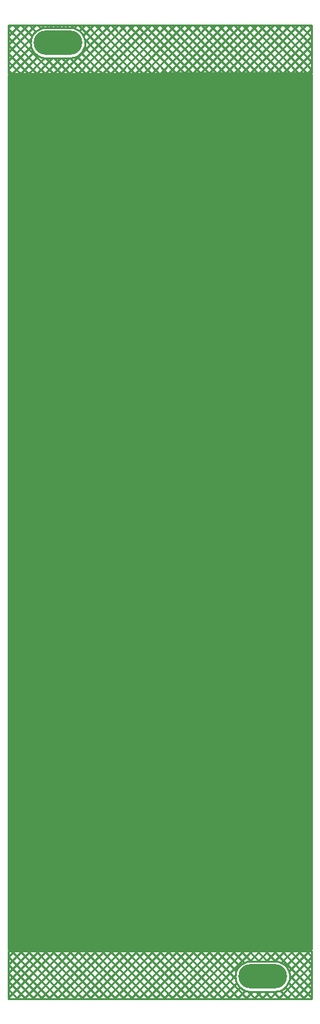
<source format=gbl>
G04 Layer: BottomLayer*
G04 EasyEDA v6.5.29, 2023-07-18 11:26:45*
G04 4862ed4757ed486f9a68419d8781b586,5a6b42c53f6a479593ecc07194224c93,10*
G04 Gerber Generator version 0.2*
G04 Scale: 100 percent, Rotated: No, Reflected: No *
G04 Dimensions in millimeters *
G04 leading zeros omitted , absolute positions ,4 integer and 5 decimal *
%FSLAX45Y45*%
%MOMM*%

%ADD10C,0.2540*%
%ADD11O,6.4000126X3.1999936*%

%LPD*%
G36*
X36068Y673100D02*
G01*
X32156Y673862D01*
X28905Y676097D01*
X26670Y679348D01*
X25908Y683260D01*
X25908Y12143841D01*
X26670Y12147753D01*
X28854Y12151004D01*
X32156Y12153239D01*
X36017Y12154001D01*
X4027881Y12166498D01*
X4031792Y12165736D01*
X4035094Y12163501D01*
X4037329Y12160199D01*
X4038092Y12156338D01*
X4038092Y683260D01*
X4037329Y679348D01*
X4035094Y676097D01*
X4031843Y673862D01*
X4027932Y673100D01*
G37*

%LPD*%
D10*
X3962400Y655393D02*
G01*
X3962400Y718893D01*
X4000500Y12128500D02*
G01*
X4000500Y12192000D01*
X4025138Y12179432D02*
G01*
X38862Y12166975D01*
X38862Y12166975D02*
G01*
X38862Y12800837D01*
X38862Y12800837D02*
G01*
X4025138Y12800837D01*
X4025138Y12800837D02*
G01*
X4025138Y12179432D01*
X372076Y12446843D02*
G01*
X385182Y12432383D01*
X385182Y12432383D02*
G01*
X399642Y12419277D01*
X399642Y12419277D02*
G01*
X415317Y12407652D01*
X415317Y12407652D02*
G01*
X432056Y12397619D01*
X432056Y12397619D02*
G01*
X449697Y12389275D01*
X449697Y12389275D02*
G01*
X468072Y12382701D01*
X468072Y12382701D02*
G01*
X487003Y12377959D01*
X487003Y12377959D02*
G01*
X506307Y12375095D01*
X506307Y12375095D02*
G01*
X525799Y12374138D01*
X525799Y12374138D02*
G01*
X845800Y12374138D01*
X845800Y12374138D02*
G01*
X865292Y12375095D01*
X865292Y12375095D02*
G01*
X884596Y12377959D01*
X884596Y12377959D02*
G01*
X903527Y12382701D01*
X903527Y12382701D02*
G01*
X921902Y12389275D01*
X921902Y12389275D02*
G01*
X939543Y12397619D01*
X939543Y12397619D02*
G01*
X956282Y12407652D01*
X956282Y12407652D02*
G01*
X971957Y12419277D01*
X971957Y12419277D02*
G01*
X986417Y12432383D01*
X986417Y12432383D02*
G01*
X999523Y12446843D01*
X999523Y12446843D02*
G01*
X1011148Y12462518D01*
X1011148Y12462518D02*
G01*
X1021181Y12479257D01*
X1021181Y12479257D02*
G01*
X1029525Y12496898D01*
X1029525Y12496898D02*
G01*
X1036099Y12515273D01*
X1036099Y12515273D02*
G01*
X1040841Y12534204D01*
X1040841Y12534204D02*
G01*
X1043705Y12553508D01*
X1043705Y12553508D02*
G01*
X1044662Y12573000D01*
X1044662Y12573000D02*
G01*
X1043705Y12592491D01*
X1043705Y12592491D02*
G01*
X1040841Y12611795D01*
X1040841Y12611795D02*
G01*
X1036099Y12630726D01*
X1036099Y12630726D02*
G01*
X1029525Y12649101D01*
X1029525Y12649101D02*
G01*
X1021181Y12666742D01*
X1021181Y12666742D02*
G01*
X1011148Y12683481D01*
X1011148Y12683481D02*
G01*
X999523Y12699156D01*
X999523Y12699156D02*
G01*
X986417Y12713616D01*
X986417Y12713616D02*
G01*
X971957Y12726722D01*
X971957Y12726722D02*
G01*
X956282Y12738347D01*
X956282Y12738347D02*
G01*
X939543Y12748380D01*
X939543Y12748380D02*
G01*
X921902Y12756724D01*
X921902Y12756724D02*
G01*
X903527Y12763298D01*
X903527Y12763298D02*
G01*
X884596Y12768040D01*
X884596Y12768040D02*
G01*
X865292Y12770904D01*
X865292Y12770904D02*
G01*
X845800Y12771861D01*
X845800Y12771861D02*
G01*
X525799Y12771861D01*
X525799Y12771861D02*
G01*
X506307Y12770904D01*
X506307Y12770904D02*
G01*
X487003Y12768040D01*
X487003Y12768040D02*
G01*
X468072Y12763298D01*
X468072Y12763298D02*
G01*
X449697Y12756724D01*
X449697Y12756724D02*
G01*
X432056Y12748380D01*
X432056Y12748380D02*
G01*
X415317Y12738347D01*
X415317Y12738347D02*
G01*
X399642Y12726722D01*
X399642Y12726722D02*
G01*
X385182Y12713616D01*
X385182Y12713616D02*
G01*
X372076Y12699156D01*
X372076Y12699156D02*
G01*
X360451Y12683481D01*
X360451Y12683481D02*
G01*
X350418Y12666742D01*
X350418Y12666742D02*
G01*
X342074Y12649101D01*
X342074Y12649101D02*
G01*
X335500Y12630726D01*
X335500Y12630726D02*
G01*
X330758Y12611795D01*
X330758Y12611795D02*
G01*
X327894Y12592491D01*
X327894Y12592491D02*
G01*
X326937Y12573000D01*
X326937Y12573000D02*
G01*
X327894Y12553508D01*
X327894Y12553508D02*
G01*
X330758Y12534204D01*
X330758Y12534204D02*
G01*
X335500Y12515273D01*
X335500Y12515273D02*
G01*
X342074Y12496898D01*
X342074Y12496898D02*
G01*
X350418Y12479257D01*
X350418Y12479257D02*
G01*
X360451Y12462518D01*
X360451Y12462518D02*
G01*
X372076Y12446843D01*
X38862Y12215467D02*
G01*
X87203Y12167126D01*
X38862Y12323230D02*
G01*
X194630Y12167462D01*
X38862Y12430993D02*
G01*
X302058Y12167798D01*
X38862Y12538756D02*
G01*
X409485Y12168133D01*
X38862Y12646520D02*
G01*
X516912Y12168469D01*
X38862Y12754283D02*
G01*
X624340Y12168805D01*
X100070Y12800837D02*
G01*
X326982Y12573925D01*
X526770Y12374138D02*
G01*
X731767Y12169140D01*
X207833Y12800837D02*
G01*
X347692Y12660978D01*
X634533Y12374138D02*
G01*
X839194Y12169476D01*
X315596Y12800837D02*
G01*
X394433Y12722000D01*
X742296Y12374138D02*
G01*
X946622Y12169812D01*
X423359Y12800837D02*
G01*
X462789Y12761408D01*
X849859Y12374337D02*
G01*
X1054049Y12170147D01*
X531122Y12800837D02*
G01*
X560098Y12771861D01*
X936011Y12395949D02*
G01*
X1161476Y12170483D01*
X638885Y12800837D02*
G01*
X667862Y12771861D01*
X996364Y12443358D02*
G01*
X1268904Y12170819D01*
X746648Y12800837D02*
G01*
X775625Y12771861D01*
X1035075Y12512411D02*
G01*
X1376331Y12171154D01*
X854411Y12800837D02*
G01*
X888082Y12767167D01*
X1039968Y12615281D02*
G01*
X1483759Y12171490D01*
X962174Y12800837D02*
G01*
X1591186Y12171826D01*
X1069937Y12800837D02*
G01*
X1698613Y12172162D01*
X1177700Y12800837D02*
G01*
X1806041Y12172497D01*
X1285464Y12800837D02*
G01*
X1913468Y12172833D01*
X1393227Y12800837D02*
G01*
X2020895Y12173169D01*
X1500990Y12800837D02*
G01*
X2128323Y12173504D01*
X1608753Y12800837D02*
G01*
X2235750Y12173840D01*
X1716516Y12800837D02*
G01*
X2343177Y12174176D01*
X1824279Y12800837D02*
G01*
X2450605Y12174512D01*
X1932042Y12800837D02*
G01*
X2558032Y12174847D01*
X2039805Y12800837D02*
G01*
X2665459Y12175183D01*
X2147568Y12800837D02*
G01*
X2772887Y12175519D01*
X2255331Y12800837D02*
G01*
X2880314Y12175854D01*
X2363094Y12800837D02*
G01*
X2987742Y12176190D01*
X2470857Y12800837D02*
G01*
X3095169Y12176526D01*
X2578620Y12800837D02*
G01*
X3202596Y12176862D01*
X2686384Y12800837D02*
G01*
X3310024Y12177197D01*
X2794147Y12800837D02*
G01*
X3417451Y12177533D01*
X2901910Y12800837D02*
G01*
X3524878Y12177869D01*
X3009673Y12800837D02*
G01*
X3632306Y12178205D01*
X3117436Y12800837D02*
G01*
X3739733Y12178540D01*
X3225199Y12800837D02*
G01*
X3847160Y12178876D01*
X3332962Y12800837D02*
G01*
X3954588Y12179212D01*
X3440725Y12800837D02*
G01*
X4025138Y12216425D01*
X3548488Y12800837D02*
G01*
X4025138Y12324188D01*
X3656251Y12800837D02*
G01*
X4025138Y12431951D01*
X3764014Y12800837D02*
G01*
X4025138Y12539714D01*
X3871777Y12800837D02*
G01*
X4025138Y12647477D01*
X3979540Y12800837D02*
G01*
X4025138Y12755240D01*
X3976249Y12179279D02*
G01*
X4025138Y12228167D01*
X3868148Y12178942D02*
G01*
X4025138Y12335930D01*
X3760048Y12178604D02*
G01*
X4025138Y12443693D01*
X3651947Y12178266D02*
G01*
X4025138Y12551456D01*
X3543846Y12177928D02*
G01*
X4025138Y12659220D01*
X3435745Y12177590D02*
G01*
X4025138Y12766983D01*
X3327644Y12177253D02*
G01*
X3951229Y12800837D01*
X3219543Y12176915D02*
G01*
X3843466Y12800837D01*
X3111442Y12176577D02*
G01*
X3735703Y12800837D01*
X3003341Y12176239D02*
G01*
X3627940Y12800837D01*
X2895241Y12175901D02*
G01*
X3520177Y12800837D01*
X2787140Y12175563D02*
G01*
X3412414Y12800837D01*
X2679039Y12175226D02*
G01*
X3304651Y12800837D01*
X2570938Y12174888D02*
G01*
X3196888Y12800837D01*
X2462837Y12174550D02*
G01*
X3089125Y12800837D01*
X2354736Y12174212D02*
G01*
X2981362Y12800837D01*
X2246635Y12173874D02*
G01*
X2873599Y12800837D01*
X2138534Y12173536D02*
G01*
X2765835Y12800837D01*
X2030434Y12173199D02*
G01*
X2658072Y12800837D01*
X1922333Y12172861D02*
G01*
X2550309Y12800837D01*
X1814232Y12172523D02*
G01*
X2442546Y12800837D01*
X1706131Y12172185D02*
G01*
X2334783Y12800837D01*
X1598030Y12171847D02*
G01*
X2227020Y12800837D01*
X1489929Y12171510D02*
G01*
X2119257Y12800837D01*
X1381828Y12171172D02*
G01*
X2011494Y12800837D01*
X1273727Y12170834D02*
G01*
X1903731Y12800837D01*
X1165626Y12170496D02*
G01*
X1795968Y12800837D01*
X1057525Y12170158D02*
G01*
X1688205Y12800837D01*
X949425Y12169820D02*
G01*
X1580442Y12800837D01*
X841324Y12169483D02*
G01*
X1472679Y12800837D01*
X733223Y12169145D02*
G01*
X1364915Y12800837D01*
X625122Y12168807D02*
G01*
X830453Y12374138D01*
X1043944Y12587629D02*
G01*
X1257152Y12800837D01*
X517021Y12168469D02*
G01*
X722690Y12374138D01*
X1018975Y12670423D02*
G01*
X1149389Y12800837D01*
X408920Y12168131D02*
G01*
X614927Y12374138D01*
X969404Y12728615D02*
G01*
X1041626Y12800837D01*
X300819Y12167794D02*
G01*
X508036Y12375010D01*
X897767Y12764741D02*
G01*
X933863Y12800837D01*
X192718Y12167456D02*
G01*
X426320Y12401057D01*
X797124Y12771861D02*
G01*
X826100Y12800837D01*
X84618Y12167118D02*
G01*
X368783Y12451283D01*
X689361Y12771861D02*
G01*
X718337Y12800837D01*
X38862Y12229125D02*
G01*
X333398Y12523662D01*
X581598Y12771861D02*
G01*
X610574Y12800837D01*
X38862Y12336888D02*
G01*
X337060Y12635087D01*
X463711Y12761738D02*
G01*
X502811Y12800837D01*
X38862Y12444651D02*
G01*
X395048Y12800837D01*
X38862Y12552414D02*
G01*
X287285Y12800837D01*
X38862Y12660177D02*
G01*
X179522Y12800837D01*
X38862Y12767940D02*
G01*
X71759Y12800837D01*
X38862Y38862D02*
G01*
X38862Y660145D01*
X38862Y660145D02*
G01*
X4025138Y660145D01*
X4025138Y660145D02*
G01*
X4025138Y38862D01*
X4025138Y38862D02*
G01*
X38862Y38862D01*
X3064476Y204043D02*
G01*
X3077582Y189583D01*
X3077582Y189583D02*
G01*
X3092042Y176477D01*
X3092042Y176477D02*
G01*
X3107717Y164852D01*
X3107717Y164852D02*
G01*
X3124456Y154819D01*
X3124456Y154819D02*
G01*
X3142097Y146475D01*
X3142097Y146475D02*
G01*
X3160472Y139901D01*
X3160472Y139901D02*
G01*
X3179403Y135159D01*
X3179403Y135159D02*
G01*
X3198707Y132295D01*
X3198707Y132295D02*
G01*
X3218199Y131338D01*
X3218199Y131338D02*
G01*
X3538200Y131338D01*
X3538200Y131338D02*
G01*
X3557692Y132295D01*
X3557692Y132295D02*
G01*
X3576996Y135159D01*
X3576996Y135159D02*
G01*
X3595927Y139901D01*
X3595927Y139901D02*
G01*
X3614302Y146475D01*
X3614302Y146475D02*
G01*
X3631943Y154819D01*
X3631943Y154819D02*
G01*
X3648682Y164852D01*
X3648682Y164852D02*
G01*
X3664357Y176477D01*
X3664357Y176477D02*
G01*
X3678817Y189583D01*
X3678817Y189583D02*
G01*
X3691923Y204043D01*
X3691923Y204043D02*
G01*
X3703548Y219718D01*
X3703548Y219718D02*
G01*
X3713581Y236457D01*
X3713581Y236457D02*
G01*
X3721925Y254098D01*
X3721925Y254098D02*
G01*
X3728499Y272473D01*
X3728499Y272473D02*
G01*
X3733241Y291404D01*
X3733241Y291404D02*
G01*
X3736105Y310708D01*
X3736105Y310708D02*
G01*
X3737062Y330200D01*
X3737062Y330200D02*
G01*
X3736105Y349691D01*
X3736105Y349691D02*
G01*
X3733241Y368995D01*
X3733241Y368995D02*
G01*
X3728499Y387926D01*
X3728499Y387926D02*
G01*
X3721925Y406301D01*
X3721925Y406301D02*
G01*
X3713581Y423942D01*
X3713581Y423942D02*
G01*
X3703548Y440681D01*
X3703548Y440681D02*
G01*
X3691923Y456356D01*
X3691923Y456356D02*
G01*
X3678817Y470816D01*
X3678817Y470816D02*
G01*
X3664357Y483922D01*
X3664357Y483922D02*
G01*
X3648682Y495547D01*
X3648682Y495547D02*
G01*
X3631943Y505580D01*
X3631943Y505580D02*
G01*
X3614302Y513924D01*
X3614302Y513924D02*
G01*
X3595927Y520498D01*
X3595927Y520498D02*
G01*
X3576996Y525240D01*
X3576996Y525240D02*
G01*
X3557692Y528104D01*
X3557692Y528104D02*
G01*
X3538200Y529061D01*
X3538200Y529061D02*
G01*
X3218199Y529061D01*
X3218199Y529061D02*
G01*
X3198707Y528104D01*
X3198707Y528104D02*
G01*
X3179403Y525240D01*
X3179403Y525240D02*
G01*
X3160472Y520498D01*
X3160472Y520498D02*
G01*
X3142097Y513924D01*
X3142097Y513924D02*
G01*
X3124456Y505580D01*
X3124456Y505580D02*
G01*
X3107717Y495547D01*
X3107717Y495547D02*
G01*
X3092042Y483922D01*
X3092042Y483922D02*
G01*
X3077582Y470816D01*
X3077582Y470816D02*
G01*
X3064476Y456356D01*
X3064476Y456356D02*
G01*
X3052851Y440681D01*
X3052851Y440681D02*
G01*
X3042818Y423942D01*
X3042818Y423942D02*
G01*
X3034474Y406301D01*
X3034474Y406301D02*
G01*
X3027900Y387926D01*
X3027900Y387926D02*
G01*
X3023158Y368995D01*
X3023158Y368995D02*
G01*
X3020294Y349691D01*
X3020294Y349691D02*
G01*
X3019337Y330200D01*
X3019337Y330200D02*
G01*
X3020294Y310708D01*
X3020294Y310708D02*
G01*
X3023158Y291404D01*
X3023158Y291404D02*
G01*
X3027900Y272473D01*
X3027900Y272473D02*
G01*
X3034474Y254098D01*
X3034474Y254098D02*
G01*
X3042818Y236457D01*
X3042818Y236457D02*
G01*
X3052851Y219718D01*
X3052851Y219718D02*
G01*
X3064476Y204043D01*
X38862Y50940D02*
G01*
X50940Y38862D01*
X38862Y158703D02*
G01*
X158703Y38862D01*
X38862Y266466D02*
G01*
X266466Y38862D01*
X38862Y374229D02*
G01*
X374229Y38862D01*
X38862Y481992D02*
G01*
X481992Y38862D01*
X38862Y589755D02*
G01*
X589755Y38862D01*
X76235Y660145D02*
G01*
X697519Y38862D01*
X183998Y660145D02*
G01*
X805282Y38862D01*
X291761Y660145D02*
G01*
X913045Y38862D01*
X399524Y660145D02*
G01*
X1020808Y38862D01*
X507287Y660145D02*
G01*
X1128571Y38862D01*
X615050Y660145D02*
G01*
X1236334Y38862D01*
X722813Y660145D02*
G01*
X1344097Y38862D01*
X830576Y660145D02*
G01*
X1451860Y38862D01*
X938339Y660145D02*
G01*
X1559623Y38862D01*
X1046102Y660145D02*
G01*
X1667386Y38862D01*
X1153865Y660145D02*
G01*
X1775149Y38862D01*
X1261628Y660145D02*
G01*
X1882912Y38862D01*
X1369391Y660145D02*
G01*
X1990675Y38862D01*
X1477155Y660145D02*
G01*
X2098439Y38862D01*
X1584918Y660145D02*
G01*
X2206202Y38862D01*
X1692681Y660145D02*
G01*
X2313965Y38862D01*
X1800444Y660145D02*
G01*
X2421728Y38862D01*
X1908207Y660145D02*
G01*
X2529491Y38862D01*
X2015970Y660145D02*
G01*
X2637254Y38862D01*
X2123733Y660145D02*
G01*
X2745017Y38862D01*
X2231496Y660145D02*
G01*
X2852780Y38862D01*
X2339259Y660145D02*
G01*
X2960543Y38862D01*
X2447022Y660145D02*
G01*
X3068306Y38862D01*
X2554785Y660145D02*
G01*
X3176069Y38862D01*
X2662548Y660145D02*
G01*
X3021741Y300952D01*
X3188951Y133742D02*
G01*
X3283832Y38862D01*
X2770311Y660145D02*
G01*
X3031755Y398702D01*
X3299119Y131338D02*
G01*
X3391595Y38862D01*
X2878075Y660145D02*
G01*
X3072743Y465477D01*
X3406882Y131338D02*
G01*
X3499359Y38862D01*
X2985838Y660145D02*
G01*
X3135283Y510701D01*
X3514645Y131338D02*
G01*
X3607122Y38862D01*
X3093601Y660145D02*
G01*
X3224685Y529061D01*
X3609124Y144623D02*
G01*
X3714885Y38862D01*
X3201364Y660145D02*
G01*
X3332448Y529061D01*
X3675202Y186307D02*
G01*
X3822648Y38862D01*
X3309127Y660145D02*
G01*
X3440211Y529061D01*
X3719757Y249515D02*
G01*
X3930411Y38862D01*
X3416890Y660145D02*
G01*
X3548479Y528556D01*
X3736557Y340478D02*
G01*
X4025138Y51898D01*
X3524653Y660145D02*
G01*
X4025138Y159661D01*
X3632416Y660145D02*
G01*
X4025138Y267424D01*
X3740179Y660145D02*
G01*
X4025138Y375187D01*
X3847942Y660145D02*
G01*
X4025138Y482950D01*
X3955705Y660145D02*
G01*
X4025138Y590713D01*
X4013059Y38862D02*
G01*
X4025138Y50940D01*
X3905296Y38862D02*
G01*
X4025138Y158703D01*
X3797533Y38862D02*
G01*
X4025138Y266466D01*
X3689770Y38862D02*
G01*
X4025138Y374229D01*
X3582007Y38862D02*
G01*
X4025138Y481992D01*
X3474244Y38862D02*
G01*
X3569417Y134035D01*
X3734365Y298983D02*
G01*
X4025138Y589755D01*
X3366480Y38862D02*
G01*
X3458957Y131338D01*
X3725086Y397467D02*
G01*
X3987764Y660145D01*
X3258717Y38862D02*
G01*
X3351194Y131338D01*
X3684453Y464597D02*
G01*
X3880001Y660145D01*
X3150954Y38862D02*
G01*
X3243431Y131338D01*
X3622255Y510162D02*
G01*
X3772238Y660145D01*
X3043191Y38862D02*
G01*
X3148510Y144181D01*
X3533391Y529061D02*
G01*
X3664475Y660145D01*
X2935428Y38862D02*
G01*
X3082076Y185510D01*
X3425628Y529061D02*
G01*
X3556712Y660145D01*
X2827665Y38862D02*
G01*
X3037180Y248377D01*
X3317865Y529061D02*
G01*
X3448949Y660145D01*
X2719902Y38862D02*
G01*
X3019755Y338715D01*
X3209683Y528643D02*
G01*
X3341186Y660145D01*
X2612139Y38862D02*
G01*
X3233423Y660145D01*
X2504376Y38862D02*
G01*
X3125660Y660145D01*
X2396613Y38862D02*
G01*
X3017897Y660145D01*
X2288850Y38862D02*
G01*
X2910134Y660145D01*
X2181087Y38862D02*
G01*
X2802371Y660145D01*
X2073324Y38862D02*
G01*
X2694608Y660145D01*
X1965560Y38862D02*
G01*
X2586844Y660145D01*
X1857797Y38862D02*
G01*
X2479081Y660145D01*
X1750034Y38862D02*
G01*
X2371318Y660145D01*
X1642271Y38862D02*
G01*
X2263555Y660145D01*
X1534508Y38862D02*
G01*
X2155792Y660145D01*
X1426745Y38862D02*
G01*
X2048029Y660145D01*
X1318982Y38862D02*
G01*
X1940266Y660145D01*
X1211219Y38862D02*
G01*
X1832503Y660145D01*
X1103456Y38862D02*
G01*
X1724740Y660145D01*
X995693Y38862D02*
G01*
X1616977Y660145D01*
X887930Y38862D02*
G01*
X1509214Y660145D01*
X780167Y38862D02*
G01*
X1401451Y660145D01*
X672404Y38862D02*
G01*
X1293688Y660145D01*
X564640Y38862D02*
G01*
X1185924Y660145D01*
X456877Y38862D02*
G01*
X1078161Y660145D01*
X349114Y38862D02*
G01*
X970398Y660145D01*
X241351Y38862D02*
G01*
X862635Y660145D01*
X133588Y38862D02*
G01*
X754872Y660145D01*
X38862Y51898D02*
G01*
X647109Y660145D01*
X38862Y159661D02*
G01*
X539346Y660145D01*
X38862Y267424D02*
G01*
X431583Y660145D01*
X38862Y375187D02*
G01*
X323820Y660145D01*
X38862Y482950D02*
G01*
X216057Y660145D01*
X38862Y590713D02*
G01*
X108294Y660145D01*
D11*
G01*
X685800Y12573000D03*
G01*
X3378200Y330200D03*
M02*

</source>
